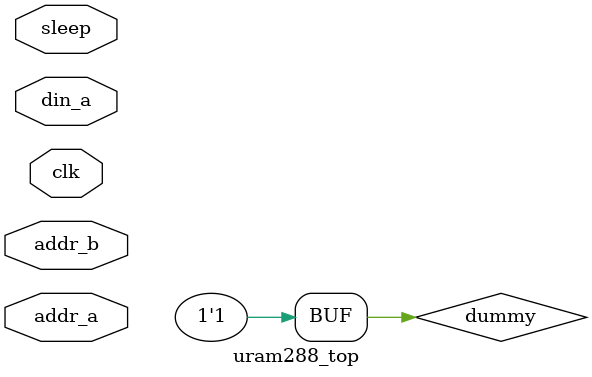
<source format=sv>

`default_nettype none

module uram_col #(
    parameter integer C_THROTTLE_MODE       = 1, // 1: clock throttling with BUFG, 0: throttle clock enable of sites FF input oscillator
    parameter integer N_URAM                = 0, // N_URAM max = 16
    parameter integer DISABLE_SIM_ASSERT    = 0
) (
    input wire clk, // throttle if C_THROTTLE_MODE = 1
    input wire reset,
    input wire enable, // SW
    input wire tog_en // throttle if C_THROTTLE_MODE = 0
);

    // Generate a column of oscillators need more than N_RAM
    localparam integer N_SLICE_COL = 2; // = max slice used within teh column
    localparam integer N_FF_SLICE  = 16; // = Number of bits per SLICE

    generate
        if (N_URAM > 0) begin
            (*dont_touch ="true"*) logic sleep = 1'b1;
            always_ff @(posedge clk) begin
                if (reset) begin
                    sleep <= 1'b1;
                end else begin
                    sleep <= ~enable;
                end
            end

            (*dont_touch ="true"*) logic ff = 1'b0;
            always_ff @(posedge clk) begin
                if ((C_THROTTLE_MODE == 0) && (tog_en & enable)
                 || (C_THROTTLE_MODE == 1) && (enable)) begin
                    ff <= ~ff;
                end
            end

            for (genvar kk = 0; kk < N_URAM; kk++) begin : genblk_uram288
                uram288_top #(
                    .DISABLE_SIM_ASSERT ( DISABLE_SIM_ASSERT )
                ) u_uram288_top (
                    .clk      ( clk         ),
                    .addr_a   ( {23{ff}}    ),
                    .addr_b   ( {23{ff}}    ),
                    .din_a    ( {72{ff}}    ),
                    .sleep    ( sleep       )
                );
            end : genblk_uram288
        end
    endgenerate

endmodule : uram_col

//-----------------------------------------------------------

module uram288_top  #(
    parameter integer DISABLE_SIM_ASSERT = 0
) (
    input  wire         clk,
    input  wire [22:0]  addr_a,
    input  wire [22:0]  addr_b,
    input  wire [71:0]  din_a,
    input  wire         sleep
 );

    (*dont_touch = "true"*) wire [22:0] wire_CAS_OUT_ADDR_A;
    (*dont_touch = "true"*) wire [22:0] wire_CAS_OUT_ADDR_B;
    (*dont_touch = "true"*) wire [8:0]  wire_CAS_OUT_BWE_A;
    (*dont_touch = "true"*) wire [8:0]  wire_CAS_OUT_BWE_B;
    (*dont_touch = "true"*) wire        wire_CAS_OUT_DBITERR_A;
    (*dont_touch = "true"*) wire        wire_CAS_OUT_DBITERR_B;
    (*dont_touch = "true"*) wire [71:0] wire_CAS_OUT_DIN_A;
    (*dont_touch = "true"*) wire [71:0] wire_CAS_OUT_DIN_B;
    (*dont_touch = "true"*) wire [71:0] wire_CAS_OUT_DOUT_A;
    (*dont_touch = "true"*) wire [71:0] wire_CAS_OUT_DOUT_B;
    (*dont_touch = "true"*) wire        wire_CAS_OUT_EN_A;
    (*dont_touch = "true"*) wire        wire_CAS_OUT_EN_B;
    (*dont_touch = "true"*) wire        wire_CAS_OUT_RDACCESS_A;
    (*dont_touch = "true"*) wire        wire_CAS_OUT_RDACCESS_B;
    (*dont_touch = "true"*) wire        wire_CAS_OUT_RDB_WR_A;
    (*dont_touch = "true"*) wire        wire_CAS_OUT_RDB_WR_B;
    (*dont_touch = "true"*) wire        wire_CAS_OUT_SBITERR_A;
    (*dont_touch = "true"*) wire        wire_CAS_OUT_SBITERR_B;
    (*dont_touch = "true"*) wire        wire_DBITERR_A;
    (*dont_touch = "true"*) wire        wire_DBITERR_B;
    (*dont_touch = "true"*) wire [71:0] wire_DOUT_A;
    (*dont_touch = "true"*) wire [71:0] wire_DOUT_B;
    (*dont_touch = "true"*) wire        wire_RDACCESS_A;
    (*dont_touch = "true"*) wire        wire_RDACCESS_B;
    (*dont_touch = "true"*) wire        wire_SBITERR_A;
    (*dont_touch = "true"*) wire        wire_SBITERR_B;

    // Use this to suppress warning in simulation, don't care in RTL
    wire  dummy;

    generate
        if (DISABLE_SIM_ASSERT == 1) begin
            wire  dummy_comb = (~sleep);
            logic dummy_seq, dummy_seq_d;
            always_ff @(posedge clk) begin
                dummy_seq <= dummy_comb;
                dummy_seq_d <= dummy_seq;
            end
            assign  dummy =  dummy_comb & dummy_seq & dummy_seq_d; // Apply for some cycles
        end else begin
            assign  dummy =  1'b1;
        end
    endgenerate

    // URAM288: 288K-bit High-Density Memory Building Block
    //          Virtex UltraScale+
    // Xilinx HDL Language Template, version 2018.2

    URAM288 #(
        .AUTO_SLEEP_LATENCY       ( 8                      ), // Latency requirement to enter sleep mode
        .AVG_CONS_INACTIVE_CYCLES ( 10                     ), // Average consecutive inactive cycles when is SLEEP mode for power estimation
        .BWE_MODE_A               ( "PARITY_INDEPENDENT"   ), // Port A Byte write control
        .BWE_MODE_B               ( "PARITY_INDEPENDENT"   ), // Port B Byte write control
        .CASCADE_ORDER_A          ( "NONE"                 ), // Port A position in cascade chain
        .CASCADE_ORDER_B          ( "NONE"                 ), // Port B position in cascade chain
        .EN_AUTO_SLEEP_MODE       ( "FALSE"                ), // Enable to automatically enter sleep mode
        .EN_ECC_RD_A              ( "FALSE"                ), // Port A ECC encoder
        .EN_ECC_RD_B              ( "FALSE"                ), // Port B ECC encoder
        .EN_ECC_WR_A              ( "FALSE"                ), // Port A ECC decoder
        .EN_ECC_WR_B              ( "FALSE"                ), // Port B ECC decoder
        .IREG_PRE_A               ( "FALSE"                ), // Optional Port A input pipeline registers
        .IREG_PRE_B               ( "FALSE"                ), // Optional Port B input pipeline registers
        .IS_CLK_INVERTED          ( 1'b0                   ), // Optional inverter for clk
        .IS_EN_A_INVERTED         ( 1'b0                   ), // Optional inverter for Port A enable
        .IS_EN_B_INVERTED         ( 1'b0                   ), // Optional inverter for Port B enable
        .IS_RDB_WR_A_INVERTED     ( 1'b0                   ), // Optional inverter for Port A read/write select
        .IS_RDB_WR_B_INVERTED     ( 1'b0                   ), // Optional inverter for Port B read/write select
        .IS_RST_A_INVERTED        ( 1'b0                   ), // Optional inverter for Port A reset
        .IS_RST_B_INVERTED        ( 1'b0                   ), // Optional inverter for Port B reset
        .OREG_A                   ( "FALSE"                ), // Optional Port A output pipeline registers
        .OREG_B                   ( "FALSE"                ), // Optional Port B output pipeline registers
        .OREG_ECC_A               ( "FALSE"                ), // Port A ECC decoder output
        .OREG_ECC_B               ( "FALSE"                ), // Port B output ECC decoder
        .REG_CAS_A                ( "FALSE"                ), // Optional Port A cascade register
        .REG_CAS_B                ( "FALSE"                ), // Optional Port B cascade register
        .RST_MODE_A               ( "SYNC"                 ), // Port A reset mode
        .RST_MODE_B               ( "SYNC"                 ), // Port B reset mode
        .SELF_ADDR_A              ( 11'h000                ), // Port A self-address value
        .SELF_ADDR_B              ( 11'h000                ), // Port B self-address value
        .SELF_MASK_A              ( 11'h7ff                ), // Port A self-address mask
        .SELF_MASK_B              ( 11'h7ff                ), // Port B self-address mask
        .USE_EXT_CE_A             ( "FALSE"                ), // Enable Port A external CE inputs for output registers
        .USE_EXT_CE_B             ( "FALSE"                )  // Enable Port B external CE inputs for output registers
    ) URAM288_inst (
        .CAS_OUT_ADDR_A       ( wire_CAS_OUT_ADDR_A    ), // 23-bit output: Port A cascade output address
        .CAS_OUT_ADDR_B       ( wire_CAS_OUT_ADDR_B    ), // 23-bit output: Port B cascade output address
        .CAS_OUT_BWE_A        ( wire_CAS_OUT_BWE_A     ), // 9-bit  output: Port A cascade Byte-write enable output
        .CAS_OUT_BWE_B        ( wire_CAS_OUT_BWE_B     ), // 9-bit  output: Port B cascade Byte-write enable output
        .CAS_OUT_DBITERR_A    ( wire_CAS_OUT_DBITERR_A ), // 1-bit  output: Port A cascade double-bit error flag output
        .CAS_OUT_DBITERR_B    ( wire_CAS_OUT_DBITERR_B ), // 1-bit  output: Port B cascade double-bit error flag output
        .CAS_OUT_DIN_A        ( wire_CAS_OUT_DIN_A     ), // 72-bit output: Port A cascade output write mode data
        .CAS_OUT_DIN_B        ( wire_CAS_OUT_DIN_B     ), // 72-bit output: Port B cascade output write mode data
        .CAS_OUT_DOUT_A       ( wire_CAS_OUT_DOUT_A    ), // 72-bit output: Port A cascade output read mode data
        .CAS_OUT_DOUT_B       ( wire_CAS_OUT_DOUT_B    ), // 72-bit output: Port B cascade output read mode data
        .CAS_OUT_EN_A         ( wire_CAS_OUT_EN_A      ), // 1-bit  output: Port A cascade output enable
        .CAS_OUT_EN_B         ( wire_CAS_OUT_EN_B      ), // 1-bit  output: Port B cascade output enable
        .CAS_OUT_RDACCESS_A   ( wire_CAS_OUT_RDACCESS_A), // 1-bit  output: Port A cascade read status output
        .CAS_OUT_RDACCESS_B   ( wire_CAS_OUT_RDACCESS_B), // 1-bit  output: Port B cascade read status output
        .CAS_OUT_RDB_WR_A     ( wire_CAS_OUT_RDB_WR_A  ), // 1-bit  output: Port A cascade read/write select output
        .CAS_OUT_RDB_WR_B     ( wire_CAS_OUT_RDB_WR_B  ), // 1-bit  output: Port B cascade read/write select output
        .CAS_OUT_SBITERR_A    ( wire_CAS_OUT_SBITERR_A ), // 1-bit  output: Port A cascade single-bit error flag output
        .CAS_OUT_SBITERR_B    ( wire_CAS_OUT_SBITERR_B ), // 1-bit  output: Port B cascade single-bit error flag output
        .DBITERR_A            ( wire_DBITERR_A         ), // 1-bit  output: Port A double-bit error flag status
        .DBITERR_B            ( wire_DBITERR_B         ), // 1-bit  output: Port B double-bit error flag status
        .DOUT_A               ( wire_DOUT_A            ), // 72-bit output: Port A read data output
        .DOUT_B               ( wire_DOUT_B            ), // 72-bit output: Port B read data output
        .RDACCESS_A           ( wire_RDACCESS_A        ), // 1-bit  output: Port A read status
        .RDACCESS_B           ( wire_RDACCESS_B        ), // 1-bit  output: Port B read status
        .SBITERR_A            ( wire_SBITERR_A         ), // 1-bit  output: Port A single-bit error flag status
        .SBITERR_B            ( wire_SBITERR_B         ), // 1-bit  output: Port B single-bit error flag status
        .ADDR_A               ( addr_a                 ), // 23-bit input: Port A address
        .ADDR_B               ( addr_b                 ), // 23-bit input: Port B address
        .BWE_A                ( {9{dummy}}             ), // 9-bit  input: Port A Byte-write enable
        .BWE_B                ( {9{1'b0}}              ), // 9-bit  input: Port B Byte-write enable
        .CAS_IN_ADDR_A        ( {72{1'b0}}             ), // 23-bit input: Port A cascade input address
        .CAS_IN_ADDR_B        ( {72{1'b0}}             ), // 23-bit input: Port B cascade input address
        .CAS_IN_BWE_A         ( {9{1'b0}}              ), // 9-bit  input: Port A cascade Byte-write enable input
        .CAS_IN_BWE_B         ( {9{1'b0}}              ), // 9-bit  input: Port B cascade Byte-write enable input
        .CAS_IN_DBITERR_A     ( 1'b0                   ), // 1-bit  input: Port A cascade double-bit error flag input
        .CAS_IN_DBITERR_B     ( 1'b0                   ), // 1-bit  input: Port B cascade double-bit error flag input
        .CAS_IN_DIN_A         ( {72{1'b0}}             ), // 72-bit input: Port A cascade input write mode data
        .CAS_IN_DIN_B         ( {72{1'b0}}             ), // 72-bit input: Port B cascade input write mode data
        .CAS_IN_DOUT_A        ( {72{1'b0}}             ), // 72-bit input: Port A cascade input read mode data
        .CAS_IN_DOUT_B        ( {72{1'b0}}             ), // 72-bit input: Port B cascade input read mode data
        .CAS_IN_EN_A          ( 1'b0                   ), // 1-bit  input: Port A cascade enable input
        .CAS_IN_EN_B          ( 1'b0                   ), // 1-bit  input: Port B cascade enable input
        .CAS_IN_RDACCESS_A    ( 1'b0                   ), // 1-bit  input: Port A cascade read status input
        .CAS_IN_RDACCESS_B    ( 1'b0                   ), // 1-bit  input: Port B cascade read status input
        .CAS_IN_RDB_WR_A      ( 1'b0                   ), // 1-bit  input: Port A cascade read/write select input
        .CAS_IN_RDB_WR_B      ( 1'b0                   ), // 1-bit  input: Port B cascade read/write select input
        .CAS_IN_SBITERR_A     ( 1'b0                   ), // 1-bit  input: Port A cascade single-bit error flag input
        .CAS_IN_SBITERR_B     ( 1'b0                   ), // 1-bit  input: Port B cascade single-bit error flag input
        .CLK                  ( clk                    ), // 1-bit  input: Clock source
        .DIN_A                ( din_a                  ), // 72-bit input: Port A write data input
        .DIN_B                ( {72{1'b0}}             ), // 72-bit input: Port B write data input
        .EN_A                 ( dummy                  ), // 1-bit  input: Port A enable
        .EN_B                 ( dummy                  ), // 1-bit  input: Port B enable
        .INJECT_DBITERR_A     ( 1'b0                   ), // 1-bit  input: Port A double-bit error injection
        .INJECT_DBITERR_B     ( 1'b0                   ), // 1-bit  input: Port B double-bit error injection
        .INJECT_SBITERR_A     ( 1'b0                   ), // 1-bit  input: Port A single-bit error injection
        .INJECT_SBITERR_B     ( 1'b0                   ), // 1-bit  input: Port B single-bit error injection
        .OREG_CE_A            ( dummy                  ), // 1-bit  input: Port A output register clock enable
        .OREG_CE_B            ( dummy                  ), // 1-bit  input: Port B output register clock enable
        .OREG_ECC_CE_A        ( dummy                  ), // 1-bit  input: Port A ECC decoder output register clock enable
        .OREG_ECC_CE_B        ( dummy                  ), // 1-bit  input: Port B ECC decoder output register clock enable
        .RDB_WR_A             ( dummy                  ), // 1-bit  input: Port A read/write select
        .RDB_WR_B             ( 1'b0                   ), // 1-bit  input: Port B read/write select
        .RST_A                ( 1'b0                   ), // 1-bit  input: Port A asynchronous or synchronous reset for  output registers
        .RST_B                ( 1'b0                   ), // 1-bit  input: Port B asynchronous or synchronous reset for output registers
        .SLEEP                ( sleep                  )  // 1-bit  input: Dynamic power gating control
    );

endmodule : uram288_top
`default_nettype wire

</source>
